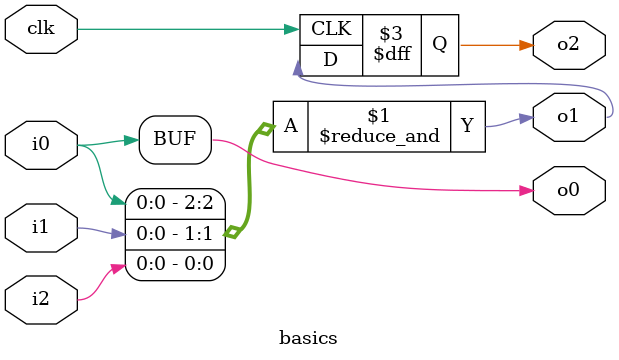
<source format=v>
module basics(input clk, input i0, i1, i2, output o0, o1, output reg o2);
  assign o0 = i0;               // wire
  assign o1 = &{i0,i1,i2};      // combinational (reduction)
  always@(posedge clk) o2 = o1; // sequential (reg)
endmodule
</source>
